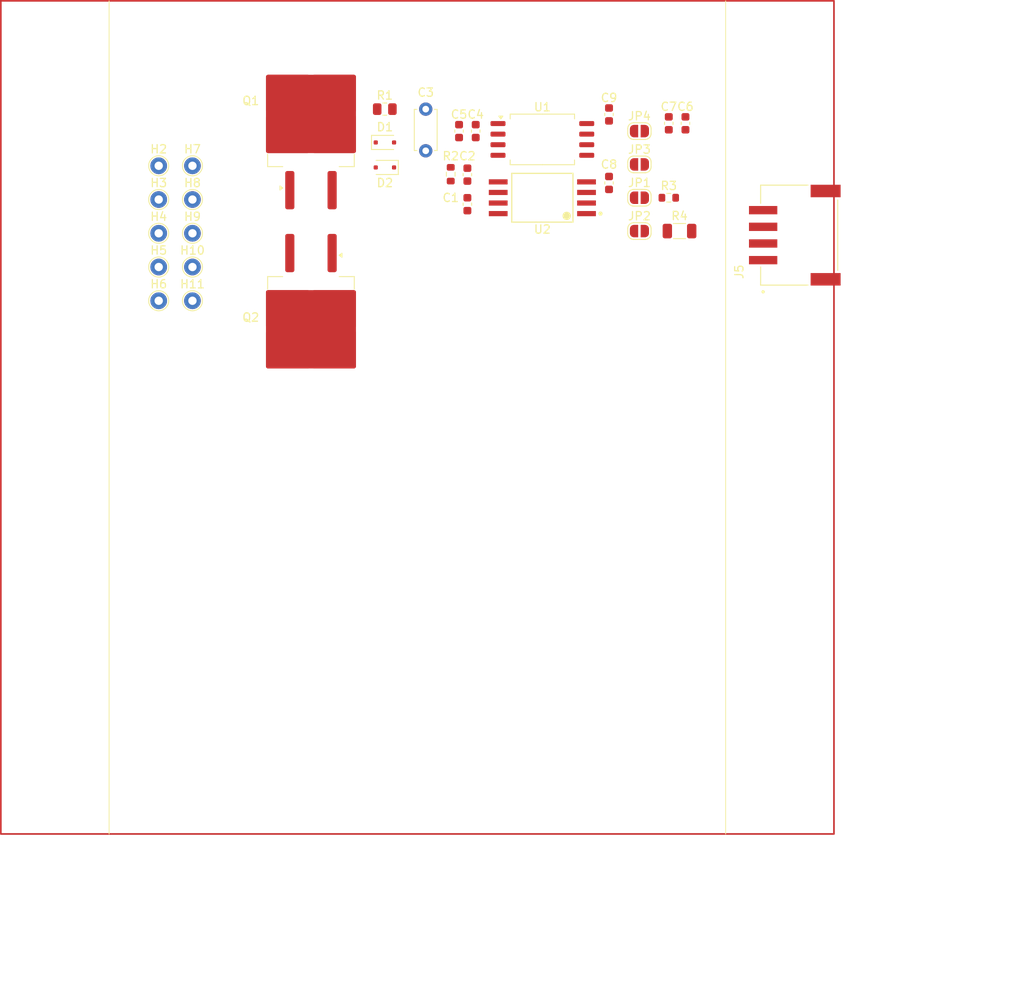
<source format=kicad_pcb>
(kicad_pcb (version 20240108) (generator "pcbnew") (generator_version "8.0")
  (layers (0 "F.Cu" signal) (31 "B.Cu" signal) (34 "B.Paste" user) (35 "F.Paste" user) (36 "B.SilkS" user "B.Silkscreen") (37 "F.SilkS" user "F.Silkscreen") (38 "B.Mask" user) (39 "F.Mask" user) (44 "Edge.Cuts" user))
  (net 0 "")
  (net 1 "VSSS")
  (net 2 "Net-(D1-A)")
  (net 3 "Net-(U2-VDDH)")
  (net 4 "Net-(Q1-D)")
  (net 5 "Net-(H3-Pad1)")
  (net 6 "/EN")
  (net 7 "VDD")
  (net 8 "GND")
  (net 9 "Net-(JP1-A)")
  (net 10 "Net-(JP1-B)")
  (net 11 "Net-(JP2-B)")
  (net 12 "/ZC1")
  (net 13 "/ZC2")
  (net 14 "Net-(Q1-G)")
  (net 15 "/VDDM")
  (net 16 "/AC_L")
  (net 17 "VDD1")
  (net 18 "Net-(J5-Pin_1)")
  (net 19 "Net-(H6-Pad1)")
  (net 20 "Net-(H7-Pad1)")
  (net 21 "/AC_N")
  (footprint "TestPoint:TestPoint_THTPad_D2.0mm_Drill1.0mm" (layer "F.Cu") (at 123 76)
    (property "Reference" "H11" (at 0 -1.998 0) (layer "F.SilkS"))
    (property "Value" "MountingHole")
    (fp_circle (center 0 0) (end 0 1.2) (stroke (width 0.12)) (fill none) (layer "F.SilkS"))
    (pad "1" thru_hole circle (at 0 0) (size 2 2) (drill 1) (layers "*.Cu" "*.Mask") (net 21 "/AC_N"))
  )
  (footprint "Resistor_SMD:R_0805_2012Metric" (layer "F.Cu") (at 146.0875 53)
    (property "Reference" "R1" (at 0 -1.65 0) (layer "F.SilkS"))
    (property "Value" "2404C1S4")
    (fp_line (start -0.227064 -0.735) (end 0.227064 -0.735) (stroke (width 0.12)) (layer "F.SilkS"))
    (fp_line (start -0.227064 0.735) (end 0.227064 0.735) (stroke (width 0.12)) (layer "F.SilkS"))
    (pad "1" smd roundrect (at -0.9125 0) (size 1.025 1.4) (layers "F.Cu" "F.Paste" "F.Mask") (roundrect_rratio 0.243902) (net 4 "Net-(Q1-D)"))
    (pad "2" smd roundrect (at 0.9125 0) (size 1.025 1.4) (layers "F.Cu" "F.Paste" "F.Mask") (roundrect_rratio 0.243902) (net 2 "Net-(D1-A)"))
  )
  (footprint "Capacitor_SMD:C_0603_1608Metric" (layer "F.Cu") (at 156 60.86 90)
    (property "Reference" "C2" (at 2.225 0 180) (layer "F.SilkS"))
    (property "Value" "104C50")
    (fp_line (start -0.14058 -0.51) (end 0.14058 -0.51) (stroke (width 0.12)) (layer "F.SilkS"))
    (fp_line (start -0.14058 0.51) (end 0.14058 0.51) (stroke (width 0.12)) (layer "F.SilkS"))
    (pad "1" smd roundrect (at -0.775 0 90) (size 0.9 0.95) (layers "F.Cu" "F.Paste" "F.Mask") (net 15 "/VDDM"))
    (pad "2" smd roundrect (at 0.775 0 90) (size 0.9 0.95) (layers "F.Cu" "F.Paste" "F.Mask") (net 1 "VSSS"))
  )
  (footprint "Jumper:SolderJumper-2_P1.3mm_Open_RoundedPad1.0x1.5mm" (layer "F.Cu") (at 176.65 59.635)
    (property "Reference" "JP3" (at 0 -1.8 0) (layer "F.SilkS"))
    (property "Value" "Jumper_2_Open")
    (fp_line (start -1.4 0.3) (end -1.4 -0.3) (stroke (width 0.12)) (layer "F.SilkS"))
    (fp_line (start -0.7 -1) (end 0.7 -1) (stroke (width 0.12)) (layer "F.SilkS"))
    (fp_line (start 0.7 1) (end -0.7 1) (stroke (width 0.12)) (layer "F.SilkS"))
    (fp_line (start 1.4 -0.3) (end 1.4 0.3) (stroke (width 0.12)) (layer "F.SilkS"))
    (fp_arc (start -1.4 -0.3) (mid -1.194975 -0.794975) (end -0.7 -1) (stroke (width 0.12)) (layer "F.SilkS"))
    (fp_arc (start -0.7 1) (mid -1.194975 0.794975) (end -1.4 0.3) (stroke (width 0.12)) (layer "F.SilkS"))
    (fp_arc (start 0.7 -1) (mid 1.194975 -0.794975) (end 1.4 -0.3) (stroke (width 0.12)) (layer "F.SilkS"))
    (fp_arc (start 1.4 0.3) (mid 1.194975 0.794975) (end 0.7 1) (stroke (width 0.12)) (layer "F.SilkS"))
    (pad "1" smd custom (at -0.65 0) (size 1 0.5) (layers "F.Cu" "F.Mask") (net 12 "/ZC1") (options (clearance outline) (anchor rect)) (primitives (gr_circle (center 0 0.25) (end 0.5 0.25) (width 0) (fill yes)) (gr_circle (center 0 -0.25) (end 0.5 -0.25) (width 0) (fill yes)) (gr_poly (pts (xy 0.5 0.75) (xy 0 0.75) (xy 0 -0.75) (xy 0.5 -0.75)) (width 0) (fill yes))))
    (pad "2" smd custom (at 0.65 0) (size 1 0.5) (layers "F.Cu" "F.Mask") (net 18 "Net-(J5-Pin_1)") (options (clearance outline) (anchor rect)) (primitives (gr_circle (center 0 0.25) (end 0.5 0.25) (width 0) (fill yes)) (gr_circle (center 0 -0.25) (end 0.5 -0.25) (width 0) (fill yes)) (gr_poly (pts (xy 0 0.75) (xy -0.5 0.75) (xy -0.5 -0.75) (xy 0 -0.75)) (width 0) (fill yes))))
  )
  (footprint "Diode_SMD:D_SOD-323F" (layer "F.Cu") (at 146.1 57)
    (property "Reference" "D1" (at 0 -1.85 0) (layer "F.SilkS"))
    (property "Value" "1SS355VM")
    (fp_line (start -1.61 -0.85) (end -1.61 0.85) (stroke (width 0.12)) (layer "F.SilkS"))
    (fp_line (start -1.61 -0.85) (end 1.05 -0.85) (stroke (width 0.12)) (layer "F.SilkS"))
    (fp_line (start -1.61 0.85) (end 1.05 0.85) (stroke (width 0.12)) (layer "F.SilkS"))
    (pad "1" smd roundrect (at -1.1 0) (size 0.5 0.5) (layers "F.Cu" "F.Paste" "F.Mask") (net 1 "VSSS"))
    (pad "2" smd roundrect (at 1.1 0) (size 0.5 0.5) (layers "F.Cu" "F.Paste" "F.Mask") (net 2 "Net-(D1-A)"))
  )
  (footprint "TestPoint:TestPoint_THTPad_D2.0mm_Drill1.0mm" (layer "F.Cu") (at 123 59.8)
    (property "Reference" "H7" (at 0 -1.998 0) (layer "F.SilkS"))
    (property "Value" "MountingHole")
    (fp_circle (center 0 0) (end 0 1.2) (stroke (width 0.12)) (fill none) (layer "F.SilkS"))
    (pad "1" thru_hole circle (at 0 0) (size 2 2) (drill 1) (layers "*.Cu" "*.Mask") (net 20 "Net-(H7-Pad1)"))
  )
  (footprint "Resistor_SMD:R_0603_1608Metric" (layer "F.Cu") (at 154 60.81 90)
    (property "Reference" "R2" (at 2.175 0 180) (layer "F.SilkS"))
    (property "Value" "100C1S10")
    (fp_line (start -0.237258 -0.5225) (end 0.237258 -0.5225) (stroke (width 0.12)) (layer "F.SilkS"))
    (fp_line (start -0.237258 0.5225) (end 0.237258 0.5225) (stroke (width 0.12)) (layer "F.SilkS"))
    (pad "1" smd roundrect (at -0.825 0 90) (size 0.8 0.95) (layers "F.Cu" "F.Paste" "F.Mask") (net 15 "/VDDM"))
    (pad "2" smd roundrect (at 0.825 0 90) (size 0.8 0.95) (layers "F.Cu" "F.Paste" "F.Mask") (net 17 "VDD1"))
  )
  (footprint "Capacitor_SMD:C_0603_1608Metric" (layer "F.Cu") (at 157 55.635 -90)
    (property "Reference" "C4" (at -2 0 0) (layer "F.SilkS"))
    (property "Value" "105C50")
    (fp_line (start -0.14058 0.51) (end 0.14058 0.51) (stroke (width 0.12)) (layer "F.SilkS"))
    (fp_line (start -0.14058 -0.51) (end 0.14058 -0.51) (stroke (width 0.12)) (layer "F.SilkS"))
    (pad "1" smd roundrect (at -0.775 0 270) (size 0.9 0.95) (layers "F.Cu" "F.Paste" "F.Mask") (net 17 "VDD1"))
    (pad "2" smd roundrect (at 0.775 0 270) (size 0.9 0.95) (layers "F.Cu" "F.Paste" "F.Mask") (net 1 "VSSS"))
  )
  (footprint "Resistor_SMD:R_0603_1608Metric" (layer "F.Cu") (at 180.175 63.635)
    (property "Reference" "R3" (at 0 -1.43 0) (layer "F.SilkS"))
    (property "Value" "203C1S10")
    (fp_line (start -0.237258 -0.5225) (end 0.237258 -0.5225) (stroke (width 0.12)) (layer "F.SilkS"))
    (fp_line (start -0.237258 0.5225) (end 0.237258 0.5225) (stroke (width 0.12)) (layer "F.SilkS"))
    (pad "1" smd roundrect (at -0.825 0) (size 0.8 0.95) (layers "F.Cu" "F.Paste" "F.Mask") (net 10 "Net-(JP1-B)"))
    (pad "2" smd roundrect (at 0.825 0) (size 0.8 0.95) (layers "F.Cu" "F.Paste" "F.Mask") (net 8 "GND"))
  )
  (footprint "TestPoint:TestPoint_THTPad_D2.0mm_Drill1.0mm" (layer "F.Cu") (at 123 63.85)
    (property "Reference" "H8" (at 0 -1.998 0) (layer "F.SilkS"))
    (property "Value" "MountingHole")
    (fp_circle (center 0 0) (end 0 1.2) (stroke (width 0.12)) (fill none) (layer "F.SilkS"))
    (pad "1" thru_hole circle (at 0 0) (size 2 2) (drill 1) (layers "*.Cu" "*.Mask") (net 19 "Net-(H6-Pad1)"))
  )
  (footprint "Jumper:SolderJumper-2_P1.3mm_Open_RoundedPad1.0x1.5mm" (layer "F.Cu") (at 176.65 67.635)
    (property "Reference" "JP2" (at 0 -1.8 0) (layer "F.SilkS"))
    (property "Value" "Jumper_2_Open")
    (fp_line (start -1.4 0.3) (end -1.4 -0.3) (stroke (width 0.12)) (layer "F.SilkS"))
    (fp_line (start -0.7 -1) (end 0.7 -1) (stroke (width 0.12)) (layer "F.SilkS"))
    (fp_line (start 0.7 1) (end -0.7 1) (stroke (width 0.12)) (layer "F.SilkS"))
    (fp_line (start 1.4 -0.3) (end 1.4 0.3) (stroke (width 0.12)) (layer "F.SilkS"))
    (fp_arc (start -1.4 -0.3) (mid -1.194975 -0.794975) (end -0.7 -1) (stroke (width 0.12)) (layer "F.SilkS"))
    (fp_arc (start -0.7 1) (mid -1.194975 0.794975) (end -1.4 0.3) (stroke (width 0.12)) (layer "F.SilkS"))
    (fp_arc (start 0.7 -1) (mid 1.194975 -0.794975) (end 1.4 -0.3) (stroke (width 0.12)) (layer "F.SilkS"))
    (fp_arc (start 1.4 0.3) (mid 1.194975 0.794975) (end 0.7 1) (stroke (width 0.12)) (layer "F.SilkS"))
    (pad "1" smd custom (at -0.65 0) (size 1 0.5) (layers "F.Cu" "F.Mask") (net 9 "Net-(JP1-A)") (options (clearance outline) (anchor rect)) (primitives (gr_circle (center 0 0.25) (end 0.5 0.25) (width 0) (fill yes)) (gr_circle (center 0 -0.25) (end 0.5 -0.25) (width 0) (fill yes)) (gr_poly (pts (xy 0.5 0.75) (xy 0 0.75) (xy 0 -0.75) (xy 0.5 -0.75)) (width 0) (fill yes))))
    (pad "2" smd custom (at 0.65 0) (size 1 0.5) (layers "F.Cu" "F.Mask") (net 11 "Net-(JP2-B)") (options (clearance outline) (anchor rect)) (primitives (gr_circle (center 0 0.25) (end 0.5 0.25) (width 0) (fill yes)) (gr_circle (center 0 -0.25) (end 0.5 -0.25) (width 0) (fill yes)) (gr_poly (pts (xy 0 0.75) (xy -0.5 0.75) (xy -0.5 -0.75) (xy 0 -0.75)) (width 0) (fill yes))))
  )
  (footprint "Capacitor_SMD:C_0603_1608Metric" (layer "F.Cu") (at 182.175 54.7 90)
    (property "Reference" "C6" (at 2 0 180) (layer "F.SilkS"))
    (property "Value" "105C50")
    (fp_line (start -0.14058 -0.51) (end 0.14058 -0.51) (stroke (width 0.12)) (layer "F.SilkS"))
    (fp_line (start -0.14058 0.51) (end 0.14058 0.51) (stroke (width 0.12)) (layer "F.SilkS"))
    (pad "1" smd roundrect (at -0.775 0 90) (size 0.9 0.95) (layers "F.Cu" "F.Paste" "F.Mask") (net 7 "VDD"))
    (pad "2" smd roundrect (at 0.775 0 90) (size 0.9 0.95) (layers "F.Cu" "F.Paste" "F.Mask") (net 8 "GND"))
  )
  (footprint "TestPoint:TestPoint_THTPad_D2.0mm_Drill1.0mm" (layer "F.Cu") (at 123 67.9)
    (property "Reference" "H9" (at 0 -1.998 0) (layer "F.SilkS"))
    (property "Value" "MountingHole")
    (fp_circle (center 0 0) (end 0 1.2) (stroke (width 0.12)) (fill none) (layer "F.SilkS"))
    (pad "1" thru_hole circle (at 0 0) (size 2 2) (drill 1) (layers "*.Cu" "*.Mask") (net 20 "Net-(H7-Pad1)"))
  )
  (footprint "0_Downloads:SEEEDSTUDIO_114020164" (layer "F.Cu") (at 195.825 68.125 90)
    (property "Reference" "J5" (at -4.4 -7.2 90) (layer "F.SilkS"))
    (property "Value" "114020164")
    (fp_line (start 6 -4.625) (end 6 1.055) (stroke (width 0.127)) (layer "F.SilkS"))
    (fp_line (start 3.82 -4.625) (end 6 -4.625) (stroke (width 0.127)) (layer "F.SilkS"))
    (fp_line (start -6 -4.625) (end -3.82 -4.625) (stroke (width 0.127)) (layer "F.SilkS"))
    (fp_line (start -6 1.055) (end -6 -4.625) (stroke (width 0.127)) (layer "F.SilkS"))
    (fp_line (start -4.23 4.625) (end 4.23 4.625) (stroke (width 0.127)) (layer "F.SilkS"))
    (fp_circle (center -6.8 -4.325) (end -6.7 -4.325) (stroke (width 0.2)) (fill none) (layer "F.SilkS"))
    (pad "1" smd rect (at -3 -4.325 90) (size 1 3.4) (layers "F.Cu" "F.Paste" "F.Mask") (net 18 "Net-(J5-Pin_1)"))
    (pad "2" smd rect (at -1 -4.325 90) (size 1 3.4) (layers "F.Cu" "F.Paste" "F.Mask") (net 6 "/EN"))
    (pad "3" smd rect (at 1 -4.325 90) (size 1 3.4) (layers "F.Cu" "F.Paste" "F.Mask") (net 7 "VDD"))
    (pad "4" smd rect (at 3 -4.325 90) (size 1 3.4) (layers "F.Cu" "F.Paste" "F.Mask") (net 8 "GND"))
    (pad "SH1" smd rect (at -5.3 3.175 90) (size 1.5 3.6) (layers "F.Cu" "F.Paste" "F.Mask"))
    (pad "SH2" smd rect (at 5.3 3.175 90) (size 1.5 3.6) (layers "F.Cu" "F.Paste" "F.Mask"))
  )
  (footprint "0_Downloads:DWZ0008A-IPC_A" (layer "F.Cu") (at 165 63.635 180)
    (property "Reference" "U2" (at 0 -3.8 0) (layer "F.SilkS"))
    (property "Value" "TPSI3050QDWZRQ1")
    (fp_line (start 3.673559 2.925) (end 3.673559 -2.925) (stroke (width 0.15)) (layer "F.SilkS"))
    (fp_line (start -3.673559 2.925) (end 3.673559 2.925) (stroke (width 0.15)) (layer "F.SilkS"))
    (fp_line (start -3.673559 2.925) (end -3.673559 -2.925) (stroke (width 0.15)) (layer "F.SilkS"))
    (fp_line (start -3.673559 -2.925) (end 3.673559 -2.925) (stroke (width 0.15)) (layer "F.SilkS"))
    (fp_circle (center -2.923558 -2.174999) (end -2.673558 -2.174999) (stroke (width 0.5)) (fill none) (layer "F.SilkS"))
    (fp_circle (center -6.977487 -1.905) (end -6.852486 -1.905) (stroke (width 0.25)) (fill none) (layer "F.SilkS"))
    (pad "1" smd rect (at -5.300523 -1.905 180) (size 2.253927 0.622132) (layers "F.Cu" "F.Paste" "F.Mask") (net 6 "/EN"))
    (pad "2" smd rect (at -5.300523 -0.635 180) (size 2.253927 0.622132) (layers "F.Cu" "F.Paste" "F.Mask") (net 9 "Net-(JP1-A)"))
    (pad "3" smd rect (at -5.300523 0.635 180) (size 2.253927 0.622132) (layers "F.Cu" "F.Paste" "F.Mask") (net 7 "VDD"))
    (pad "4" smd rect (at -5.300523 1.905 180) (size 2.253927 0.622132) (layers "F.Cu" "F.Paste" "F.Mask") (net 8 "GND"))
    (pad "5" smd rect (at 5.300523 1.905 180) (size 2.253927 0.622132) (layers "F.Cu" "F.Paste" "F.Mask") (net 1 "VSSS"))
    (pad "6" smd rect (at 5.300523 0.635 180) (size 2.253927 0.622132) (layers "F.Cu" "F.Paste" "F.Mask") (net 15 "/VDDM"))
    (pad "7" smd rect (at 5.300523 -0.635 180) (size 2.253927 0.622132) (layers "F.Cu" "F.Paste" "F.Mask") (net 3 "Net-(U2-VDDH)"))
    (pad "8" smd rect (at 5.300523 -1.905 180) (size 2.253927 0.622132) (layers "F.Cu" "F.Paste" "F.Mask") (net 14 "Net-(Q1-G)"))
  )
  (footprint "Capacitor_SMD:C_0603_1608Metric" (layer "F.Cu") (at 173 53.635 90)
    (property "Reference" "C9" (at 2 0 180) (layer "F.SilkS"))
    (property "Value" "104C50")
    (fp_line (start -0.14058 -0.51) (end 0.14058 -0.51) (stroke (width 0.12)) (layer "F.SilkS"))
    (fp_line (start -0.14058 0.51) (end 0.14058 0.51) (stroke (width 0.12)) (layer "F.SilkS"))
    (pad "1" smd roundrect (at -0.775 0 90) (size 0.9 0.95) (layers "F.Cu" "F.Paste" "F.Mask") (net 7 "VDD"))
    (pad "2" smd roundrect (at 0.775 0 90) (size 0.9 0.95) (layers "F.Cu" "F.Paste" "F.Mask") (net 8 "GND"))
  )
  (footprint "Capacitor_SMD:C_0603_1608Metric" (layer "F.Cu") (at 173 61.86 90)
    (property "Reference" "C8" (at 2.225 0 180) (layer "F.SilkS"))
    (property "Value" "104C50")
    (fp_line (start -0.14058 -0.51) (end 0.14058 -0.51) (stroke (width 0.12)) (layer "F.SilkS"))
    (fp_line (start -0.14058 0.51) (end 0.14058 0.51) (stroke (width 0.12)) (layer "F.SilkS"))
    (pad "1" smd roundrect (at -0.775 0 90) (size 0.9 0.95) (layers "F.Cu" "F.Paste" "F.Mask") (net 7 "VDD"))
    (pad "2" smd roundrect (at 0.775 0 90) (size 0.9 0.95) (layers "F.Cu" "F.Paste" "F.Mask") (net 8 "GND"))
  )
  (footprint "Package_TO_SOT_SMD:TO-263-2" (layer "F.Cu") (at 137.225 55.075 90)
    (property "Reference" "Q1" (at 3.075 -7.225 180) (layer "F.SilkS"))
    (property "Value" "IRF640")
    (fp_line (start -3.325 -5.2) (end -4.825 -5.2) (stroke (width 0.12)) (layer "F.SilkS"))
    (fp_line (start -4.825 -5.2) (end -4.825 -3.39) (stroke (width 0.12)) (layer "F.SilkS"))
    (fp_line (start -3.325 5.2) (end -4.825 5.2) (stroke (width 0.12)) (layer "F.SilkS"))
    (fp_line (start -4.825 5.2) (end -4.825 3.39) (stroke (width 0.12)) (layer "F.SilkS"))
    (fp_poly (pts (xy -7.3875 -3.39) (xy -7.6275 -3.72) (xy -7.1475 -3.72) (xy -7.3875 -3.39)) (stroke (width 0.12)) (fill solid) (layer "F.SilkS"))
    (pad "1" smd roundrect (at -7.65 -2.54 90) (size 4.6 1.1) (layers "F.Cu" "F.Paste" "F.Mask") (roundrect_rratio 0.227273) (net 14 "Net-(Q1-G)"))
    (pad "2" smd roundrect (at -0.925 -2.775 90) (size 4.55 5.25) (layers "F.Cu" "F.Paste") (roundrect_rratio 0.054945) (net 4 "Net-(Q1-D)"))
    (pad "2" smd roundrect (at -0.925 2.775 90) (size 4.55 5.25) (layers "F.Cu" "F.Paste") (roundrect_rratio 0.054945) (net 4 "Net-(Q1-D)"))
    (pad "2" smd roundrect (at 1.5 0 90) (size 9.4 10.8) (layers "F.Cu" "F.Mask") (roundrect_rratio 0.026596) (net 4 "Net-(Q1-D)"))
    (pad "2" smd roundrect (at 3.925 -2.775 90) (size 4.55 5.25) (layers "F.Cu" "F.Paste") (roundrect_rratio 0.054945) (net 4 "Net-(Q1-D)"))
    (pad "2" smd roundrect (at 3.925 2.775 90) (size 4.55 5.25) (layers "F.Cu" "F.Paste") (roundrect_rratio 0.054945) (net 4 "Net-(Q1-D)"))
    (pad "3" smd roundrect (at -7.65 2.54 90) (size 4.6 1.1) (layers "F.Cu" "F.Paste" "F.Mask") (roundrect_rratio 0.227273) (net 1 "VSSS"))
  )
  (footprint "Jumper:SolderJumper-2_P1.3mm_Open_RoundedPad1.0x1.5mm" (layer "F.Cu") (at 176.65 63.635)
    (property "Reference" "JP1" (at 0 -1.8 0) (layer "F.SilkS"))
    (property "Value" "Jumper_2_Open")
    (fp_line (start -1.4 0.3) (end -1.4 -0.3) (stroke (width 0.12)) (layer "F.SilkS"))
    (fp_line (start -0.7 -1) (end 0.7 -1) (stroke (width 0.12)) (layer "F.SilkS"))
    (fp_line (start 0.7 1) (end -0.7 1) (stroke (width 0.12)) (layer "F.SilkS"))
    (fp_line (start 1.4 -0.3) (end 1.4 0.3) (stroke (width 0.12)) (layer "F.SilkS"))
    (fp_arc (start -1.4 -0.3) (mid -1.194975 -0.794975) (end -0.7 -1) (stroke (width 0.12)) (layer "F.SilkS"))
    (fp_arc (start -0.7 1) (mid -1.194975 0.794975) (end -1.4 0.3) (stroke (width 0.12)) (layer "F.SilkS"))
    (fp_arc (start 0.7 -1) (mid 1.194975 -0.794975) (end 1.4 -0.3) (stroke (width 0.12)) (layer "F.SilkS"))
    (fp_arc (start 1.4 0.3) (mid 1.194975 0.794975) (end 0.7 1) (stroke (width 0.12)) (layer "F.SilkS"))
    (pad "1" smd custom (at -0.65 0) (size 1 0.5) (layers "F.Cu" "F.Mask") (net 9 "Net-(JP1-A)") (options (clearance outline) (anchor rect)) (primitives (gr_circle (center 0 0.25) (end 0.5 0.25) (width 0) (fill yes)) (gr_circle (center 0 -0.25) (end 0.5 -0.25) (width 0) (fill yes)) (gr_poly (pts (xy 0.5 0.75) (xy 0 0.75) (xy 0 -0.75) (xy 0.5 -0.75)) (width 0) (fill yes))))
    (pad "2" smd custom (at 0.65 0) (size 1 0.5) (layers "F.Cu" "F.Mask") (net 10 "Net-(JP1-B)") (options (clearance outline) (anchor rect)) (primitives (gr_circle (center 0 0.25) (end 0.5 0.25) (width 0) (fill yes)) (gr_circle (center 0 -0.25) (end 0.5 -0.25) (width 0) (fill yes)) (gr_poly (pts (xy 0 0.75) (xy -0.5 0.75) (xy -0.5 -0.75) (xy 0 -0.75)) (width 0) (fill yes))))
  )
  (footprint "TestPoint:TestPoint_THTPad_D2.0mm_Drill1.0mm" (layer "F.Cu") (at 118.95 67.9)
    (property "Reference" "H4" (at 0 -1.998 0) (layer "F.SilkS"))
    (property "Value" "MountingHole")
    (fp_circle (center 0 0) (end 0 1.2) (stroke (width 0.12)) (fill none) (layer "F.SilkS"))
    (pad "1" thru_hole circle (at 0 0) (size 2 2) (drill 1) (layers "*.Cu" "*.Mask") (net 5 "Net-(H3-Pad1)"))
  )
  (footprint "Capacitor_SMD:C_0603_1608Metric" (layer "F.Cu") (at 156 64.41 90)
    (property "Reference" "C1" (at 0.775 -2 180) (layer "F.SilkS"))
    (property "Value" "104C50")
    (fp_line (start -0.14058 -0.51) (end 0.14058 -0.51) (stroke (width 0.12)) (layer "F.SilkS"))
    (fp_line (start -0.14058 0.51) (end 0.14058 0.51) (stroke (width 0.12)) (layer "F.SilkS"))
    (pad "1" smd roundrect (at -0.775 0 90) (size 0.9 0.95) (layers "F.Cu" "F.Paste" "F.Mask") (net 3 "Net-(U2-VDDH)"))
    (pad "2" smd roundrect (at 0.775 0 90) (size 0.9 0.95) (layers "F.Cu" "F.Paste" "F.Mask") (net 15 "/VDDM"))
  )
  (footprint "Package_SO:SOIC-8_7.5x5.85mm_P1.27mm" (layer "F.Cu") (at 165 56.635)
    (property "Reference" "U1" (at 0 -3.88 0) (layer "F.SilkS"))
    (property "Value" "AMC23C10")
    (fp_line (start -3.86 -3.035) (end -3.86 -2.465) (stroke (width 0.12)) (layer "F.SilkS"))
    (fp_line (start -3.86 3.035) (end -3.86 2.465) (stroke (width 0.12)) (layer "F.SilkS"))
    (fp_line (start 0 -3.035) (end -3.86 -3.035) (stroke (width 0.12)) (layer "F.SilkS"))
    (fp_line (start 0 -3.035) (end 3.86 -3.035) (stroke (width 0.12)) (layer "F.SilkS"))
    (fp_line (start 0 3.035) (end -3.86 3.035) (stroke (width 0.12)) (layer "F.SilkS"))
    (fp_line (start 0 3.035) (end 3.86 3.035) (stroke (width 0.12)) (layer "F.SilkS"))
    (fp_line (start 3.86 -3.035) (end 3.86 -2.465) (stroke (width 0.12)) (layer "F.SilkS"))
    (fp_line (start 3.86 3.035) (end 3.86 2.465) (stroke (width 0.12)) (layer "F.SilkS"))
    (fp_poly (pts (xy -4.9875 -2.465) (xy -5.2275 -2.795) (xy -4.7475 -2.795) (xy -4.9875 -2.465)) (stroke (width 0.12)) (fill solid) (layer "F.SilkS"))
    (pad "1" smd roundrect (at -5.325 -1.905) (size 1.8 0.6) (layers "F.Cu" "F.Paste" "F.Mask") (net 17 "VDD1"))
    (pad "2" smd roundrect (at -5.325 -0.635) (size 1.8 0.6) (layers "F.Cu" "F.Paste" "F.Mask") (net 2 "Net-(D1-A)"))
    (pad "3" smd roundrect (at -5.325 0.635) (size 1.8 0.6) (layers "F.Cu" "F.Paste" "F.Mask") (net 1 "VSSS"))
    (pad "4" smd roundrect (at -5.325 1.905) (size 1.8 0.6) (layers "F.Cu" "F.Paste" "F.Mask") (net 1 "VSSS"))
    (pad "5" smd roundrect (at 5.325 1.905) (size 1.8 0.6) (layers "F.Cu" "F.Paste" "F.Mask") (net 8 "GND"))
    (pad "6" smd roundrect (at 5.325 0.635) (size 1.8 0.6) (layers "F.Cu" "F.Paste" "F.Mask") (net 12 "/ZC1"))
    (pad "7" smd roundrect (at 5.325 -0.635) (size 1.8 0.6) (layers "F.Cu" "F.Paste" "F.Mask") (net 13 "/ZC2"))
    (pad "8" smd roundrect (at 5.325 -1.905) (size 1.8 0.6) (layers "F.Cu" "F.Paste" "F.Mask") (net 7 "VDD"))
  )
  (footprint "Jumper:SolderJumper-2_P1.3mm_Open_RoundedPad1.0x1.5mm" (layer "F.Cu") (at 176.65 55.635)
    (property "Reference" "JP4" (at 0 -1.8 0) (layer "F.SilkS"))
    (property "Value" "Jumper_2_Open")
    (fp_line (start -1.4 0.3) (end -1.4 -0.3) (stroke (width 0.12)) (layer "F.SilkS"))
    (fp_line (start -0.7 -1) (end 0.7 -1) (stroke (width 0.12)) (layer "F.SilkS"))
    (fp_line (start 0.7 1) (end -0.7 1) (stroke (width 0.12)) (layer "F.SilkS"))
    (fp_line (start 1.4 -0.3) (end 1.4 0.3) (stroke (width 0.12)) (layer "F.SilkS"))
    (fp_arc (start -1.4 -0.3) (mid -1.194975 -0.794975) (end -0.7 -1) (stroke (width 0.12)) (layer "F.SilkS"))
    (fp_arc (start -0.7 1) (mid -1.194975 0.794975) (end -1.4 0.3) (stroke (width 0.12)) (layer "F.SilkS"))
    (fp_arc (start 0.7 -1) (mid 1.194975 -0.794975) (end 1.4 -0.3) (stroke (width 0.12)) (layer "F.SilkS"))
    (fp_arc (start 1.4 0.3) (mid 1.194975 0.794975) (end 0.7 1) (stroke (width 0.12)) (layer "F.SilkS"))
    (pad "1" smd custom (at -0.65 0) (size 1 0.5) (layers "F.Cu" "F.Mask") (net 13 "/ZC2") (options (clearance outline) (anchor rect)) (primitives (gr_circle (center 0 0.25) (end 0.5 0.25) (width 0) (fill yes)) (gr_circle (center 0 -0.25) (end 0.5 -0.25) (width 0) (fill yes)) (gr_poly (pts (xy 0.5 0.75) (xy 0 0.75) (xy 0 -0.75) (xy 0.5 -0.75)) (width 0) (fill yes))))
    (pad "2" smd custom (at 0.65 0) (size 1 0.5) (layers "F.Cu" "F.Mask") (net 18 "Net-(J5-Pin_1)") (options (clearance outline) (anchor rect)) (primitives (gr_circle (center 0 0.25) (end 0.5 0.25) (width 0) (fill yes)) (gr_circle (center 0 -0.25) (end 0.5 -0.25) (width 0) (fill yes)) (gr_poly (pts (xy 0 0.75) (xy -0.5 0.75) (xy -0.5 -0.75) (xy 0 -0.75)) (width 0) (fill yes))))
  )
  (footprint "Diode_SMD:D_SOD-323F" (layer "F.Cu") (at 146.1 60 180)
    (property "Reference" "D2" (at 0 -1.85 0) (layer "F.SilkS"))
    (property "Value" "1SS355VM")
    (fp_line (start -1.61 0.85) (end 1.05 0.85) (stroke (width 0.12)) (layer "F.SilkS"))
    (fp_line (start -1.61 -0.85) (end 1.05 -0.85) (stroke (width 0.12)) (layer "F.SilkS"))
    (fp_line (start -1.61 -0.85) (end -1.61 0.85) (stroke (width 0.12)) (layer "F.SilkS"))
    (pad "1" smd roundrect (at -1.1 0 180) (size 0.5 0.5) (layers "F.Cu" "F.Paste" "F.Mask") (net 2 "Net-(D1-A)"))
    (pad "2" smd roundrect (at 1.1 0 180) (size 0.5 0.5) (layers "F.Cu" "F.Paste" "F.Mask") (net 1 "VSSS"))
  )
  (footprint "TestPoint:TestPoint_THTPad_D2.0mm_Drill1.0mm" (layer "F.Cu") (at 118.95 71.95)
    (property "Reference" "H5" (at 0 -1.998 0) (layer "F.SilkS"))
    (property "Value" "MountingHole")
    (fp_circle (center 0 0) (end 0 1.2) (stroke (width 0.12)) (fill none) (layer "F.SilkS"))
    (pad "1" thru_hole circle (at 0 0) (size 2 2) (drill 1) (layers "*.Cu" "*.Mask") (net 16 "/AC_L"))
  )
  (footprint "Package_TO_SOT_SMD:TO-263-2" (layer "F.Cu") (at 137.225 77.925 -90)
    (property "Reference" "Q2" (at 0.075 7.225 180) (layer "F.SilkS"))
    (property "Value" "IRF640")
    (fp_line (start -4.825 5.2) (end -4.825 3.39) (stroke (width 0.12)) (layer "F.SilkS"))
    (fp_line (start -3.325 5.2) (end -4.825 5.2) (stroke (width 0.12)) (layer "F.SilkS"))
    (fp_line (start -4.825 -5.2) (end -4.825 -3.39) (stroke (width 0.12)) (layer "F.SilkS"))
    (fp_line (start -3.325 -5.2) (end -4.825 -5.2) (stroke (width 0.12)) (layer "F.SilkS"))
    (fp_poly (pts (xy -7.3875 -3.39) (xy -7.6275 -3.72) (xy -7.1475 -3.72) (xy -7.3875 -3.39)) (stroke (width 0.12)) (fill solid) (layer "F.SilkS"))
    (pad "1" smd roundrect (at -7.65 -2.54 270) (size 4.6 1.1) (layers "F.Cu" "F.Paste" "F.Mask") (roundrect_rratio 0.227273) (net 14 "Net-(Q1-G)"))
    (pad "2" smd roundrect (at -0.925 -2.775 270) (size 4.55 5.25) (layers "F.Cu" "F.Paste") (roundrect_rratio 0.054945) (net 21 "/AC_N"))
    (pad "2" smd roundrect (at -0.925 2.775 270) (size 4.55 5.25) (layers "F.Cu" "F.Paste") (roundrect_rratio 0.054945) (net 21 "/AC_N"))
    (pad "2" smd roundrect (at 1.5 0 270) (size 9.4 10.8) (layers "F.Cu" "F.Mask") (roundrect_rratio 0.026596) (net 21 "/AC_N"))
    (pad "2" smd roundrect (at 3.925 -2.775 270) (size 4.55 5.25) (layers "F.Cu" "F.Paste") (roundrect_rratio 0.054945) (net 21 "/AC_N"))
    (pad "2" smd roundrect (at 3.925 2.775 270) (size 4.55 5.25) (layers "F.Cu" "F.Paste") (roundrect_rratio 0.054945) (net 21 "/AC_N"))
    (pad "3" smd roundrect (at -7.65 2.54 270) (size 4.6 1.1) (layers "F.Cu" "F.Paste" "F.Mask") (roundrect_rratio 0.227273) (net 1 "VSSS"))
  )
  (footprint "Capacitor_SMD:C_0603_1608Metric" (layer "F.Cu") (at 155 55.635 -90)
    (property "Reference" "C5" (at -2 0 0) (layer "F.SilkS"))
    (property "Value" "104C50")
    (fp_line (start -0.14058 0.51) (end 0.14058 0.51) (stroke (width 0.12)) (layer "F.SilkS"))
    (fp_line (start -0.14058 -0.51) (end 0.14058 -0.51) (stroke (width 0.12)) (layer "F.SilkS"))
    (pad "1" smd roundrect (at -0.775 0 270) (size 0.9 0.95) (layers "F.Cu" "F.Paste" "F.Mask") (net 17 "VDD1"))
    (pad "2" smd roundrect (at 0.775 0 270) (size 0.9 0.95) (layers "F.Cu" "F.Paste" "F.Mask") (net 1 "VSSS"))
  )
  (footprint "Resistor_SMD:R_1206_3216Metric" (layer "F.Cu") (at 181.4625 67.635)
    (property "Reference" "R4" (at 0 -1.82 0) (layer "F.SilkS"))
    (property "Value" "732C1S8")
    (fp_line (start -0.727064 -0.91) (end 0.727064 -0.91) (stroke (width 0.12)) (layer "F.SilkS"))
    (fp_line (start -0.727064 0.91) (end 0.727064 0.91) (stroke (width 0.12)) (layer "F.SilkS"))
    (pad "1" smd roundrect (at -1.4625 0) (size 1.125 1.75) (layers "F.Cu" "F.Paste" "F.Mask") (roundrect_rratio 0.222222) (net 11 "Net-(JP2-B)"))
    (pad "2" smd roundrect (at 1.4625 0) (size 1.125 1.75) (layers "F.Cu" "F.Paste" "F.Mask") (roundrect_rratio 0.222222) (net 8 "GND"))
  )
  (footprint "TestPoint:TestPoint_THTPad_D2.0mm_Drill1.0mm" (layer "F.Cu") (at 123 71.95)
    (property "Reference" "H10" (at 0 -1.998 0) (layer "F.SilkS"))
    (property "Value" "MountingHole")
    (fp_circle (center 0 0) (end 0 1.2) (stroke (width 0.12)) (fill none) (layer "F.SilkS"))
    (pad "1" thru_hole circle (at 0 0) (size 2 2) (drill 1) (layers "*.Cu" "*.Mask") (net 16 "/AC_L"))
  )
  (footprint "TestPoint:TestPoint_THTPad_D2.0mm_Drill1.0mm" (layer "F.Cu") (at 118.95 59.8)
    (property "Reference" "H2" (at 0 -1.998 0) (layer "F.SilkS"))
    (property "Value" "MountingHole")
    (fp_circle (center 0 0) (end 0 1.2) (stroke (width 0.12)) (fill none) (layer "F.SilkS"))
    (pad "1" thru_hole circle (at 0 0) (size 2 2) (drill 1) (layers "*.Cu" "*.Mask") (net 4 "Net-(Q1-D)"))
  )
  (footprint "Capacitor_SMD:C_0603_1608Metric" (layer "F.Cu") (at 180.175 54.7 90)
    (property "Reference" "C7" (at 2 0 180) (layer "F.SilkS"))
    (property "Value" "104C50")
    (fp_line (start -0.14058 -0.51) (end 0.14058 -0.51) (stroke (width 0.12)) (layer "F.SilkS"))
    (fp_line (start -0.14058 0.51) (end 0.14058 0.51) (stroke (width 0.12)) (layer "F.SilkS"))
    (pad "1" smd roundrect (at -0.775 0 90) (size 0.9 0.95) (layers "F.Cu" "F.Paste" "F.Mask") (net 7 "VDD"))
    (pad "2" smd roundrect (at 0.775 0 90) (size 0.9 0.95) (layers "F.Cu" "F.Paste" "F.Mask") (net 8 "GND"))
  )
  (footprint "TestPoint:TestPoint_THTPad_D2.0mm_Drill1.0mm" (layer "F.Cu") (at 118.95 76)
    (property "Reference" "H6" (at 0 -1.998 0) (layer "F.SilkS"))
    (property "Value" "MountingHole")
    (fp_circle (center 0 0) (end 0 1.2) (stroke (width 0.12)) (fill none) (layer "F.SilkS"))
    (pad "1" thru_hole circle (at 0 0) (size 2 2) (drill 1) (layers "*.Cu" "*.Mask") (net 19 "Net-(H6-Pad1)"))
  )
  (footprint "TestPoint:TestPoint_THTPad_D2.0mm_Drill1.0mm" (layer "F.Cu") (at 118.95 63.85)
    (property "Reference" "H3" (at 0 -1.998 0) (layer "F.SilkS"))
    (property "Value" "MountingHole")
    (fp_circle (center 0 0) (end 0 1.2) (stroke (width 0.12)) (fill none) (layer "F.SilkS"))
    (pad "1" thru_hole circle (at 0 0) (size 2 2) (drill 1) (layers "*.Cu" "*.Mask") (net 5 "Net-(H3-Pad1)"))
  )
  (footprint "Capacitor_THT:C_Disc_D4.7mm_W2.5mm_P5.00mm" (layer "F.Cu") (at 151 53 -90)
    (property "Reference" "C3" (at -2 0 180) (layer "F.SilkS"))
    (property "Value" "OPT")
    (fp_line (start 0.03 1.37) (end 4.97 1.37) (stroke (width 0.12)) (layer "F.SilkS"))
    (fp_line (start 0.03 1.055) (end 0.03 1.37) (stroke (width 0.12)) (layer "F.SilkS"))
    (fp_line (start 4.97 1.055) (end 4.97 1.37) (stroke (width 0.12)) (layer "F.SilkS"))
    (fp_line (start 0.03 -1.37) (end 0.03 -1.055) (stroke (width 0.12)) (layer "F.SilkS"))
    (fp_line (start 0.03 -1.37) (end 4.97 -1.37) (stroke (width 0.12)) (layer "F.SilkS"))
    (fp_line (start 4.97 -1.37) (end 4.97 -1.055) (stroke (width 0.12)) (layer "F.SilkS"))
    (pad "1" thru_hole circle (at 0 0 270) (size 1.6 1.6) (drill 0.8) (layers "*.Cu" "*.Mask") (net 2 "Net-(D1-A)"))
    (pad "2" thru_hole circle (at 5 0 270) (size 1.6 1.6) (drill 0.8) (layers "*.Cu" "*.Mask") (net 1 "VSSS"))
  )
  (gr_rect (start 100 40) (end 200 140) (stroke (width 0.2)) (fill none) (layer "F.Cu"))
  (gr_line (start 113 40) (end 113 140) (stroke (width 0.1)) (layer "F.SilkS"))
  (gr_line (start 187 40) (end 187 140) (stroke (width 0.1)) (layer "F.SilkS"))
)
</source>
